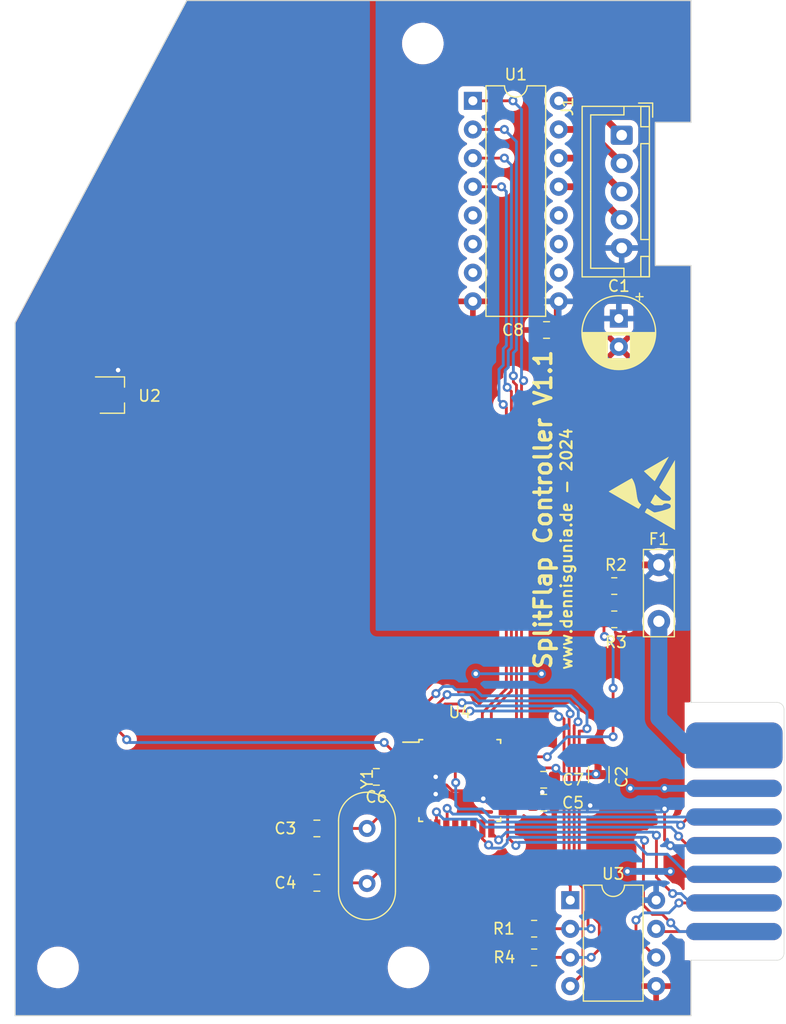
<source format=kicad_pcb>
(kicad_pcb (version 20240108) (generator "pcbnew") (generator_version "8.0")
  (layers (0 "F.Cu" signal) (31 "B.Cu" signal) (34 "B.Paste" user) (35 "F.Paste" user) (36 "B.SilkS" user "B.Silkscreen") (37 "F.SilkS" user "F.Silkscreen") (38 "B.Mask" user) (39 "F.Mask" user) (44 "Edge.Cuts" user))
  (net 0 "")
  (net 1 "+12V")
  (net 2 "GND")
  (net 3 "+5V")
  (net 4 "Net-(J1-Pin_2)")
  (net 5 "Net-(J1-Pin_3)")
  (net 6 "Net-(J1-Pin_4)")
  (net 7 "/BUS_HIGH")
  (net 8 "/BUS_LOW")
  (net 9 "/BUS_RESET")
  (net 10 "/BUS_DETC_IN")
  (net 11 "/BUS_DETC_OUT")
  (net 12 "/GATE_HOME")
  (net 13 "/MOT_A")
  (net 14 "/MOT_B")
  (net 15 "/MOT_C")
  (net 16 "/MOT_D")
  (net 23 "/BUS_RX")
  (net 24 "/BUS_TX")
  (net 25 "/PRG_MOSI")
  (net 26 "/PRG_MISO")
  (net 27 "/PRG_SCK")
  (net 28 "Net-(U4-PB6{slash}XTAL1)")
  (net 29 "Net-(U4-PB7{slash}XTAL2)")
  (net 37 "Net-(J6-Pin_15)")
  (net 38 "Net-(U4-ADC7)")
  (net 39 "Net-(U4-AREF)")
  (net 40 "Net-(J1-Pin_1)")
  (net 41 "/~{BUS_RXE}")
  (net 42 "/~{BUS_TXE}")
  (footprint "Capacitor_SMD:C_1206_3216Metric" (layer "F.Cu") (at 138.176 105.459 90)
    (property "Reference" "C2")
    (property "Value" "10u 16V")
  )
  (footprint "Capacitor_SMD:C_0805_2012Metric" (layer "F.Cu") (at 133.538 66.04 180)
    (property "Reference" "C8")
    (property "Value" "100n")
  )
  (footprint "Capacitor_SMD:C_0805_2012Metric" (layer "F.Cu") (at 113.15 110.236)
    (property "Reference" "C3")
    (property "Value" "22p")
  )
  (footprint "Resistor_SMD:R_0805_2012Metric" (layer "F.Cu") (at 139.5495 88.744)
    (property "Reference" "R2")
    (property "Value" "10k")
  )
  (footprint "Crystal:Crystal_HC49-U_Vertical" (layer "F.Cu") (at 117.602 110.236 -90)
    (property "Reference" "Y1")
    (property "Value" "16,0000-HC49U-S")
  )
  (footprint "Dennis:Card Edge 16 power" (layer "F.Cu") (at 150.175 119.38 90)
    (property "Reference" "J6" (hide yes))
    (property "Value" "2x08 Edge Connector" (hide yes))
    (fp_line (start -2.54 -3.81) (end -2.54 3.81) (stroke (width 0.05)) (layer "Edge.Cuts"))
    (fp_line (start 20.32 3.81) (end 20.32 -3.81) (stroke (width 0.05)) (layer "Edge.Cuts"))
    (fp_line (start -1.905 4.445) (end 19.685 4.445) (stroke (width 0.05)) (layer "Edge.Cuts"))
    (fp_arc (start 20.32 3.81) (mid 20.134013 4.259013) (end 19.685 4.445) (stroke (width 0.05)) (layer "Edge.Cuts"))
    (fp_arc (start -1.905 4.445) (mid -2.354013 4.259013) (end -2.54 3.81) (stroke (width 0.05)) (layer "Edge.Cuts"))
  )
  (footprint "Package_QFP:TQFP-32_7x7mm_P0.8mm" (layer "F.Cu") (at 125.838 105.986)
    (property "Reference" "U4")
    (property "Value" "ATMEGA8A-AU")
  )
  (footprint "Capacitor_THT:CP_Radial_D6.3mm_P2.50mm" (layer "F.Cu") (at 139.954 65.024 -90)
    (property "Reference" "C1")
    (property "Value" "10u 35V")
  )
  (footprint "Resistor_SMD:R_0805_2012Metric" (layer "F.Cu") (at 132.4375 119.126 180)
    (property "Reference" "R1")
    (property "Value" "10k")
  )
  (footprint "Capacitor_SMD:C_0805_2012Metric" (layer "F.Cu") (at 113.15 115.062)
    (property "Reference" "C4")
    (property "Value" "22p")
  )
  (footprint "Package_DIP:DIP-16_W7.62mm" (layer "F.Cu") (at 127 45.72)
    (property "Reference" "U1")
    (property "Value" "ULN2003")
  )
  (footprint "Resistor_SMD:R_0805_2012Metric" (layer "F.Cu") (at 132.4375 121.666 180)
    (property "Reference" "R4")
    (property "Value" "10k")
  )
  (footprint "MountingHole:MountingHole_3.2mm_M3" (layer "F.Cu") (at 122.555 40.64)
    (property "Reference" "H3" (hide yes))
    (property "Value" "MountingHole")
  )
  (footprint "Capacitor_SMD:C_0805_2012Metric" (layer "F.Cu") (at 118.43 105.664)
    (property "Reference" "C6")
    (property "Value" "100n")
  )
  (footprint "Package_TO_SOT_SMD:SOT-23W" (layer "F.Cu") (at 95 71.81)
    (property "Reference" "U2")
    (property "Value" "A1101ELHL")
  )
  (footprint "MountingHole:MountingHole_3.2mm_M3" (layer "F.Cu") (at 121.285 122.555)
    (property "Reference" "H1" (hide yes))
    (property "Value" "MountingHole")
  )
  (footprint "Capacitor_SMD:C_0805_2012Metric" (layer "F.Cu") (at 133.284 107.95 180)
    (property "Reference" "C5")
    (property "Value" "100n")
  )
  (footprint "Package_DIP:DIP-8_W7.62mm" (layer "F.Cu") (at 135.646 116.596)
    (property "Reference" "U3")
    (property "Value" "SN75176AP")
  )
  (footprint "Capacitor_SMD:C_0805_2012Metric" (layer "F.Cu") (at 133.284 105.918 180)
    (property "Reference" "C7")
    (property "Value" "100n")
  )
  (footprint "Connector_JST:JST_XH_B5B-XH-A_1x05_P2.50mm_Vertical" (layer "F.Cu") (at 140.208 48.768 -90)
    (property "Reference" "J1")
    (property "Value" "JST B5B-XH-A")
  )
  (footprint "Resistor_SMD:R_0805_2012Metric" (layer "F.Cu") (at 139.5495 91.694)
    (property "Reference" "R3")
    (property "Value" "1k")
  )
  (footprint "Symbol:ESD-Logo_6.6x6mm_SilkScreen" (layer "F.Cu") (at 141.986 80.518 90)
    (property "Reference" "REF**" (hide yes))
    (property "Value" "ESD-Logo_6.6x6mm_SilkScreen" (hide yes))
  )
  (footprint "Capacitor_THT:C_Disc_D7.5mm_W2.5mm_P5.00mm" (layer "F.Cu") (at 143.51 91.868 90)
    (property "Reference" "F1")
    (property "Value" "LITT RXEF010")
  )
  (footprint "MountingHole:MountingHole_3.2mm_M3" (layer "F.Cu") (at 90.17 122.555)
    (property "Reference" "H2" (hide yes))
    (property "Value" "MountingHole")
  )
  (gr_line (start 86.36 126.83) (end 146.36 126.83) (stroke (width 0.1)) (layer "Edge.Cuts"))
  (gr_line (start 143.19 47.625) (end 146.365 47.625) (stroke (width 0.1)) (layer "Edge.Cuts"))
  (gr_line (start 146.36 126.83) (end 146.365 121.92) (stroke (width 0.1)) (layer "Edge.Cuts"))
  (gr_line (start 146.36 36.83) (end 146.365 47.625) (stroke (width 0.1)) (layer "Edge.Cuts"))
  (gr_line (start 146.365 99.06) (end 146.36 60.325) (stroke (width 0.1)) (layer "Edge.Cuts"))
  (gr_line (start 101.6 36.83) (end 146.36 36.83) (stroke (width 0.1)) (layer "Edge.Cuts"))
  (gr_line (start 86.36 126.83) (end 86.36 65.405) (stroke (width 0.1)) (layer "Edge.Cuts"))
  (gr_line (start 86.36 65.405) (end 101.6 36.83) (stroke (width 0.1)) (layer "Edge.Cuts"))
  (gr_line (start 143.19 60.325) (end 143.19 47.625) (stroke (width 0.1)) (layer "Edge.Cuts"))
  (gr_line (start 146.36 60.325) (end 143.19 60.325) (stroke (width 0.1)) (layer "Edge.Cuts"))
  (gr_text "SplitFlap Controller V1.1" (at 134.112 96.266 90) (layer "F.SilkS") (effects (font (size 1.5 1.5) (thickness 0.3) (bold yes)) (justify left bottom)))
  (gr_text "www.dennisgunia.de - 2024" (at 135.89 96.266 90) (layer "F.SilkS") (effects (font (size 1 1) (thickness 0.1875)) (justify left bottom)))
  (segment (start 138.637 88.744) (end 140.513 86.868) (width 0.6) (layer "F.Cu") (net 1))
  (segment (start 140.208 64.77) (end 139.954 65.024) (width 0.6) (layer "F.Cu") (net 1))
  (segment (start 134.488 66.04) (end 134.488 63.632) (width 0.6) (layer "F.Cu") (net 1))
  (segment (start 140.513 86.868) (end 143.51 86.868) (width 0.6) (layer "F.Cu") (net 1))
  (segment (start 134.488 63.632) (end 134.62 63.5) (width 0.6) (layer "F.Cu") (net 1))
  (segment (start 139.954 59.022) (end 140.208 58.768) (width 0.6) (layer "B.Cu") (net 1))
  (segment (start 119.253 103.632) (end 117.48 103.632) (width 0.25) (layer "F.Cu") (net 2))
  (segment (start 120.538 104.786) (end 120.366 104.614) (width 0.25) (layer "F.Cu") (net 2))
  (segment (start 140.97 106.68) (end 140.462 106.68) (width 0.25) (layer "F.Cu") (net 2))
  (segment (start 140.462 106.68) (end 139.192 105.41) (width 0.25) (layer "F.Cu") (net 2))
  (segment (start 150.175 114.3) (end 144.78 114.3) (width 0.6) (layer "F.Cu") (net 2))
  (segment (start 134.332 104.868) (end 134.366 104.902) (width 0.25) (layer "F.Cu") (net 2))
  (segment (start 130.088 105.586) (end 131.1209 105.586) (width 0.25) (layer "F.Cu") (net 2))
  (segment (start 125.175695 106.897) (end 127.727 106.897) (width 0.25) (layer "F.Cu") (net 2))
  (segment (start 150.209 102.87) (end 142.748 102.87) (width 1.5) (layer "F.Cu") (net 2))
  (segment (start 139.192 105.41) (end 137.922 105.41) (width 0.25) (layer "F.Cu") (net 2))
  (segment (start 134.366 104.902) (end 134.366 105.786) (width 0.25) (layer "F.Cu") (net 2))
  (segment (start 120.235 104.614) (end 119.253 103.632) (width 0.25) (layer "F.Cu") (net 2))
  (segment (start 144.78 106.68) (end 144.018 106.68) (width 0.25) (layer "F.Cu") (net 2))
  (segment (start 131.1209 105.586) (end 131.8389 104.868) (width 0.25) (layer "F.Cu") (net 2))
  (segment (start 118.364 99.314) (end 121.402695 99.314) (width 0.25) (layer "F.Cu") (net 2))
  (segment (start 120.463 104.902) (end 120.463 106.311) (width 0.25) (layer "F.Cu") (net 2))
  (segment (start 137.922 105.41) (end 137.922 104.238) (width 0.25) (layer "F.Cu") (net 2))
  (segment (start 144.78 114.3) (end 144.526 114.046) (width 0.6) (layer "F.Cu") (net 2))
  (segment (start 120.463 104.861) (end 120.463 104.902) (width 0.25) (layer "F.Cu") (net 2))
  (segment (start 121.402695 99.314) (end 124.196695 96.52) (width 0.25) (layer "F.Cu") (net 2))
  (segment (start 129.038 105.586) (end 130.088 105.586) (width 0.25) (layer "F.Cu") (net 2))
  (segment (start 137.922 104.238) (end 138.176 103.984) (width 0.25) (layer "F.Cu") (net 2))
  (segment (start 121.588 106.386) (end 124.664695 106.386) (width 0.25) (layer "F.Cu") (net 2))
  (segment (start 134.366 105.786) (end 134.234 105.918) (width 0.25) (layer "F.Cu") (net 2))
  (segment (start 150.175 106.68) (end 144.78 106.68) (width 0.25) (layer "F.Cu") (net 2))
  (segment (start 127.727 106.897) (end 129.038 105.586) (width 0.25) (layer "F.Cu") (net 2))
  (segment (start 120.366 104.614) (end 120.235 104.614) (width 0.25) (layer "F.Cu") (net 2))
  (segment (start 131.8389 104.868) (end 134.332 104.868) (width 0.25) (layer "F.Cu") (net 2))
  (segment (start 117.48 105.664) (end 117.48 103.632) (width 0.25) (layer "F.Cu") (net 2))
  (segment (start 134.234 107.95) (end 134.234 105.918) (width 0.25) (layer "F.Cu") (net 2))
  (segment (start 124.196695 96.52) (end 127.254 96.52) (width 0.25) (layer "F.Cu") (net 2))
  (segment (start 133.136 96.56) (end 133.096 96.52) (width 0.25) (layer "F.Cu") (net 2))
  (segment (start 124.664695 106.386) (end 125.175695 106.897) (width 0.25) (layer "F.Cu") (net 2))
  (segment (start 120.538 104.786) (end 120.463 104.861) (width 0.25) (layer "F.Cu") (net 2))
  (segment (start 120.538 106.386) (end 121.588 106.386) (width 0.25) (layer "F.Cu") (net 2))
  (segment (start 120.463 106.311) (end 120.538 106.386) (width 0.25) (layer "F.Cu") (net 2))
  (segment (start 117.48 100.198) (end 118.364 99.314) (width 0.25) (layer "F.Cu") (net 2))
  (segment (start 117.48 103.632) (end 117.48 100.198) (width 0.25) (layer "F.Cu") (net 2))
  (segment (start 121.588 104.786) (end 120.538 104.786) (width 0.25) (layer "F.Cu") (net 2))
  (via (at 134.366 104.902) (size 0.8) (drill 0.4) (layers "F.Cu" "B.Cu") (net 2))
  (via (at 144.526 114.046) (size 0.8) (drill 0.4) (layers "F.Cu" "B.Cu") (net 2))
  (via (at 127.254 96.52) (size 0.8) (drill 0.4) (layers "F.Cu" "B.Cu") (net 2))
  (via (at 133.096 96.52) (size 0.8) (drill 0.4) (layers "F.Cu" "B.Cu") (net 2))
  (via (at 140.97 106.68) (size 0.8) (drill 0.4) (layers "F.Cu" "B.Cu") (net 2))
  (via (at 144.018 106.68) (size 0.8) (drill 0.4) (layers "F.Cu" "B.Cu") (net 2))
  (via (at 137.922 105.41) (size 0.8) (drill 0.4) (layers "F.Cu" "B.Cu") (net 2))
  (via (at 140.716 114.046) (size 0.8) (drill 0.4) (layers "F.Cu" "B.Cu") (net 2))
  (segment (start 144.018 106.68) (end 140.97 106.68) (width 0.25) (layer "B.Cu") (net 2))
  (segment (start 144.526 114.046) (end 140.716 114.046) (width 0.6) (layer "B.Cu") (net 2))
  (segment (start 133.096 96.52) (end 127.254 96.52) (width 0.25) (layer "B.Cu") (net 2))
  (segment (start 150.175 106.68) (end 144.018 106.68) (width 0.6) (layer "B.Cu") (net 2))
  (segment (start 137.922 105.41) (end 134.874 105.41) (width 0.25) (layer "B.Cu") (net 2))
  (segment (start 134.874 105.41) (end 134.366 104.902) (width 0.25) (layer "B.Cu") (net 2))
  (segment (start 128.313998 107.986) (end 130.088 107.986) (width 0.25) (layer "F.Cu") (net 3))
  (segment (start 138.647 107.405) (end 138.176 106.934) (width 0.25) (layer "F.Cu") (net 3))
  (segment (start 144.018 111.252) (end 144.526 111.76) (width 0.25) (layer "F.Cu") (net 3))
  (segment (start 119.38 106.389) (end 120.177 107.186) (width 0.25) (layer "F.Cu") (net 3))
  (segment (start 123.698 107.188) (end 121.59 107.188) (width 0.25) (layer "F.Cu") (net 3))
  (segment (start 119.38 105.664) (end 119.38 106.389) (width 0.25) (layer "F.Cu") (net 3))
  (segment (start 138.176 106.934) (end 138.176 107.442) (width 0.25) (layer "F.Cu") (net 3))
  (segment (start 133.159089 107.025008) (end 133.159089 107.124911) (width 0.25) (layer "F.Cu") (net 3))
  (segment (start 138.176 107.442) (end 137.414 108.204) (width 0.25) (layer "F.Cu") (net 3))
  (segment (start 144.018 108.4955) (end 144.018 111.252) (width 0.25) (layer "F.Cu") (net 3))
  (segment (start 120.177 107.186) (end 121.588 107.186) (width 0.25) (layer "F.Cu") (net 3))
  (segment (start 130.088 107.986) (end 132.486 107.986) (width 0.25) (layer "F.Cu") (net 3))
  (segment (start 127.922596 107.594598) (end 128.313998 107.986) (width 0.25) (layer "F.Cu") (net 3))
  (segment (start 94.24 70.86) (end 95.504 69.596) (width 0.25) (layer "F.Cu") (net 3))
  (segment (start 121.588 105.586) (end 123.6225 105.586) (width 0.25) (layer "F.Cu") (net 3))
  (segment (start 123.6225 105.586) (end 123.698 105.6615) (width 0.25) (layer "F.Cu") (net 3))
  (segment (start 121.59 107.188) (end 121.588 107.186) (width 0.25) (layer "F.Cu") (net 3))
  (segment (start 93.8 70.86) (end 94.24 70.86) (width 0.25) (layer "F.Cu") (net 3))
  (segment (start 133.159089 107.124911) (end 132.334 107.95) (width 0.25) (layer "F.Cu") (net 3))
  (via (at 144.018 108.4955) (size 0.8) (drill 0.4) (layers "F.Cu" "B.Cu") (net 3))
  (via (at 123.698 107.188) (size 0.8) (drill 0.4) (layers "F.Cu" "B.Cu") (net 3))
  (via (at 127.922596 107.594598) (size 0.8) (drill 0.4) (layers "F.Cu" "B.Cu") (net 3))
  (via (at 137.414 108.204) (size 0.8) (drill 0.4) (layers "F.Cu" "B.Cu") (net 3))
  (via (at 144.526 111.76) (size 0.8) (drill 0.4) (layers "F.Cu" "B.Cu") (net 3))
  (via (at 95.504 69.596) (size 0.8) (drill 0.4) (layers "F.Cu" "B.Cu") (net 3))
  (via (at 133.159089 107.025008) (size 0.8) (drill 0.4) (layers "F.Cu" "B.Cu") (net 3))
  (via (at 123.698 105.6615) (size 0.8) (drill 0.4) (layers "F.Cu" "B.Cu") (net 3))
  (segment (start 123.698 105.6615) (end 123.9125 105.447) (width 0.25) (layer "B.Cu") (net 3))
  (segment (start 135.948 108.77) (end 137.16 108.77) (width 0.25) (layer "B.Cu") (net 3))
  (segment (start 126.238 104.902) (end 127.922596 106.586596) (width 0.25) (layer "B.Cu") (net 3))
  (segment (start 133.096 107.088097) (end 133.159089 107.025008) (width 0.25) (layer "B.Cu") (net 3))
  (segment (start 124.46 105.41) (end 124.968 104.902) (width 0.25) (layer "B.Cu") (net 3))
  (segment (start 143.7435 108.77) (end 144.018 108.4955) (width 0.25) (layer "B.Cu") (net 3))
  (segment (start 137.16 108.77) (end 143.256 108.77) (width 0.25) (layer "B.Cu") (net 3))
  (segment (start 123.698 105.6615) (end 123.698 107.188) (width 0.25) (layer "B.Cu") (net 3))
  (segment (start 127.922596 106.586596) (end 127.922596 107.594598) (width 0.25) (layer "B.Cu") (net 3))
  (segment (start 124.968 104.902) (end 126.238 104.902) (width 0.25) (layer "B.Cu") (net 3))
  (segment (start 137.16 108.458) (end 137.16 108.77) (width 0.25) (layer "B.Cu") (net 3))
  (segment (start 123.9125 105.447) (end 124.46 105.447) (width 0.25) (layer "B.Cu") (net 3))
  (segment (start 137.414 108.204) (end 137.16 108.458) (width 0.25) (layer "B.Cu") (net 3))
  (segment (start 143.256 108.77) (end 143.7435 108.77) (width 0.25) (layer "B.Cu") (net 3))
  (segment (start 124.46 105.447) (end 124.46 105.41) (width 0.25) (layer "B.Cu") (net 3))
  (segment (start 135.948 108.77) (end 133.408 108.77) (width 0.25) (layer "B.Cu") (net 3))
  (segment (start 133.408 108.77) (end 133.096 108.458) (width 0.25) (layer "B.Cu") (net 3))
  (segment (start 144.526 111.76) (end 150.175 111.76) (width 0.25) (layer "B.Cu") (net 3))
  (segment (start 133.096 108.458) (end 133.096 107.088097) (width 0.25) (layer "B.Cu") (net 3))
  (segment (start 137.2 48.26) (end 140.208 51.268) (width 0.6) (layer "F.Cu") (net 4))
  (segment (start 134.62 48.26) (end 137.2 48.26) (width 0.6) (layer "F.Cu") (net 4))
  (segment (start 137.24 50.8) (end 140.208 53.768) (width 0.6) (layer "F.Cu") (net 5))
  (segment (start 134.62 50.8) (end 137.24 50.8) (width 0.6) (layer "F.Cu") (net 5))
  (segment (start 134.62 53.34) (end 137.28 53.34) (width 0.6) (layer "F.Cu") (net 6))
  (segment (start 137.28 53.34) (end 140.208 56.268) (width 0.6) (layer "F.Cu") (net 6))
  (segment (start 143.51 119.38) (end 143.266 119.136) (width 0.25) (layer "F.Cu") (net 7))
  (segment (start 150.175 119.38) (end 143.51 119.38) (width 0.25) (layer "F.Cu") (net 7))
  (segment (start 150.175 116.84) (end 145.288 116.84) (width 0.25) (layer "F.Cu") (net 8))
  (segment (start 141.478 119.888) (end 143.266 121.676) (width 0.25) (layer "F.Cu") (net 8))
  (segment (start 141.478 118.364) (end 141.478 119.888) (width 0.25) (layer "F.Cu") (net 8))
  (via (at 141.478 118.364) (size 0.8) (drill 0.4) (layers "F.Cu" "B.Cu") (net 8))
  (via (at 145.288 116.84) (size 0.8) (drill 0.4) (layers "F.Cu" "B.Cu") (net 8))
  (segment (start 145.288 116.84) (end 144.407 117.721) (width 0.25) (layer "B.Cu") (net 8))
  (segment (start 142.121 117.721) (end 141.478 118.364) (width 0.25) (layer "B.Cu") (net 8))
  (segment (start 144.407 117.721) (end 142.121 117.721) (width 0.25) (layer "B.Cu") (net 8))
  (segment (start 125.476 106.172) (end 125.438 106.134) (width 0.25) (layer "F.Cu") (net 9))
  (segment (start 125.438 106.134) (end 125.438 101.736) (width 0.25) (layer "F.Cu") (net 9))
  (via (at 125.476 106.172) (size 0.8) (drill 0.4) (layers "F.Cu" "B.Cu") (net 9))
  (segment (start 150.175 109.22) (end 128.524 109.22) (width 0.25) (layer "B.Cu") (net 9))
  (segment (start 128.524 109.22) (end 127.815198 108.511198) (width 0.25) (layer "B.Cu") (net 9))
  (segment (start 125.783198 108.511198) (end 125.476 108.204) (width 0.25) (layer "B.Cu") (net 9))
  (segment (start 127.815198 108.511198) (end 125.783198 108.511198) (width 0.25) (layer "B.Cu") (net 9))
  (segment (start 125.476 108.204) (end 125.476 106.172) (width 0.25) (layer "B.Cu") (net 9))
  (segment (start 150.175 109.22) (end 146.166987 109.22) (width 0.25) (layer "F.Cu") (net 10))
  (segment (start 146.166987 109.22) (end 145.442487 109.9445) (width 0.25) (layer "F.Cu") (net 10))
  (segment (start 124.714 110.16) (end 124.638 110.236) (width 0.25) (layer "F.Cu") (net 10))
  (segment (start 124.714 108.458) (end 124.714 110.16) (width 0.25) (layer "F.Cu") (net 10))
  (via (at 124.714 108.458) (size 0.8) (drill 0.4) (layers "F.Cu" "B.Cu") (net 10))
  (via (at 145.442487 109.9445) (size 0.8) (drill 0.4) (layers "F.Cu" "B.Cu") (net 10))
  (segment (start 125.217198 108.961198) (end 124.714 108.458) (width 0.25) (layer "B.Cu") (net 10))
  (segment (start 127.503198 108.961198) (end 125.217198 108.961198) (width 0.25) (layer "B.Cu") (net 10))
  (segment (start 145.442487 109.9445) (end 145.167987 109.67) (width 0.25) (layer "B.Cu") (net 10))
  (segment (start 145.167987 109.67) (end 128.212 109.67) (width 0.25) (layer "B.Cu") (net 10))
  (segment (start 128.212 109.67) (end 127.503198 108.961198) (width 0.25) (layer "B.Cu") (net 10))
  (segment (start 146.087011 111.76) (end 145.252861 110.92585) (width 0.25) (layer "F.Cu") (net 11))
  (segment (start 123.765788 108.77407) (end 123.765788 110.163788) (width 0.25) (layer "F.Cu") (net 11))
  (segment (start 123.765788 110.163788) (end 123.838 110.236) (width 0.25) (layer "F.Cu") (net 11))
  (segment (start 150.175 111.76) (end 146.087011 111.76) (width 0.25) (layer "F.Cu") (net 11))
  (via (at 123.765788 108.77407) (size 0.8) (drill 0.4) (layers "F.Cu" "B.Cu") (net 11))
  (via (at 145.252861 110.92585) (size 0.8) (drill 0.4) (layers "F.Cu" "B.Cu") (net 11))
  (segment (start 124.402916 109.411198) (end 123.765788 108.77407) (width 0.25) (layer "B.Cu") (net 11))
  (segment (start 144.717487 110.244805) (end 144.592682 110.12) (width 0.25) (layer "B.Cu") (net 11))
  (segment (start 145.252861 110.780179) (end 144.717487 110.244805) (width 0.25) (layer "B.Cu") (net 11))
  (segment (start 145.252861 110.92585) (end 145.252861 110.780179) (width 0.25) (layer "B.Cu") (net 11))
  (segment (start 131.064 110.12) (end 128.025604 110.12) (width 0.25) (layer "B.Cu") (net 11))
  (segment (start 127.316802 109.411198) (end 124.402916 109.411198) (width 0.25) (layer "B.Cu") (net 11))
  (segment (start 144.592682 110.12) (end 131.064 110.12) (width 0.25) (layer "B.Cu") (net 11))
  (segment (start 128.025604 110.12) (end 127.316802 109.411198) (width 0.25) (layer "B.Cu") (net 11))
  (segment (start 96.266 102.362) (end 96.266 102.312) (width 0.25) (layer "F.Cu") (net 12))
  (segment (start 121.588 103.986) (end 120.496 103.986) (width 0.25) (layer "F.Cu") (net 12))
  (segment (start 95.3 74.168) (end 95.3 98.806) (width 0.25) (layer "F.Cu") (net 12))
  (segment (start 93.8 72.76) (end 94.35 72.76) (width 0.25) (layer "F.Cu") (net 12))
  (segment (start 94.35 72.76) (end 95.3 73.71) (width 0.25) (layer "F.Cu") (net 12))
  (segment (start 96.266 102.312) (end 95.3 101.346) (width 0.25) (layer "F.Cu") (net 12))
  (segment (start 95.3 98.806) (end 95.3 101.346) (width 0.25) (layer "F.Cu") (net 12))
  (segment (start 95.3 73.71) (end 95.3 74.168) (width 0.25) (layer "F.Cu") (net 12))
  (segment (start 120.496 103.986) (end 119.126 102.616) (width 0.25) (layer "F.Cu") (net 12))
  (via (at 96.266 102.362) (size 0.8) (drill 0.4) (layers "F.Cu" "B.Cu") (net 12))
  (via (at 119.126 102.616) (size 0.8) (drill 0.4) (layers "F.Cu" "B.Cu") (net 12))
  (segment (start 119.126 102.616) (end 96.52 102.616) (width 0.25) (layer "B.Cu") (net 12))
  (segment (start 96.52 102.616) (end 96.266 102.362) (width 0.25) (layer "B.Cu") (net 12))
  (segment (start 131.318 103.806) (end 131.318 70.708316) (width 0.25) (layer "F.Cu") (net 13))
  (segment (start 130.556 45.72) (end 127 45.72) (width 0.25) (layer "F.Cu") (net 13))
  (segment (start 131.318 70.708316) (end 131.498973 70.527343) (width 0.25) (layer "F.Cu") (net 13))
  (segment (start 130.088 103.986) (end 131.138 103.986) (width 0.25) (layer "F.Cu") (net 13))
  (segment (start 131.138 103.986) (end 131.318 103.806) (width 0.25) (layer "F.Cu") (net 13))
  (via (at 130.556 45.72) (size 0.8) (drill 0.4) (layers "F.Cu" "B.Cu") (net 13))
  (via (at 131.498973 70.527343) (size 0.8) (drill 0.4) (layers "F.Cu" "B.Cu") (net 13))
  (segment (start 131.318 67.564) (end 131.318 70.34637) (width 0.25) (layer "B.Cu") (net 13))
  (segment (start 131.318 67.564) (end 131.318 46.482) (width 0.25) (layer "B.Cu") (net 13))
  (segment (start 131.318 70.34637) (end 131.498973 70.527343) (width 0.25) (layer "B.Cu") (net 13))
  (segment (start 131.318 46.482) (end 130.556 45.72) (width 0.25) (layer "B.Cu") (net 13))
  (segment (start 131.318 68.58) (end 131.318 67.564) (width 0.25) (layer "B.Cu") (net 13))
  (segment (start 130.593 70.649) (end 130.868 70.924) (width 0.25) (layer "F.Cu") (net 14))
  (segment (start 129.794 48.26) (end 127 48.26) (width 0.25) (layer "F.Cu") (net 14))
  (segment (start 130.868 102.406) (end 130.088 103.186) (width 0.25) (layer "F.Cu") (net 14))
  (segment (start 130.868 70.924) (end 130.868 102.406) (width 0.25) (layer "F.Cu") (net 14))
  (segment (start 130.593 70.104) (end 130.593 70.649) (width 0.25) (layer "F.Cu") (net 14))
  (via (at 129.794 48.26) (size 0.8) (drill 0.4) (layers "F.Cu" "B.Cu") (net 14))
  (via (at 130.593 70.104) (size 0.8) (drill 0.4) (layers "F.Cu" "B.Cu") (net 14))
  (segment (start 130.868 49.334) (end 130.868 67.797) (width 0.25) (layer "B.Cu") (net 14))
  (segment (start 129.794 48.26) (end 130.868 49.334) (width 0.25) (layer "B.Cu") (net 14))
  (segment (start 130.593 68.072) (end 130.593 70.104) (width 0.25) (layer "B.Cu") (net 14))
  (segment (start 130.868 67.797) (end 130.593 68.072) (width 0.25) (layer "B.Cu") (net 14))
  (segment (start 130.418 71.496597) (end 130.418 98.042) (width 0.25) (layer "F.Cu") (net 15))
  (segment (start 130.044461 71.123058) (end 130.418 71.496597) (width 0.25) (layer "F.Cu") (net 15))
  (segment (start 129.794 50.8) (end 127 50.8) (width 0.25) (layer "F.Cu") (net 15))
  (segment (start 128.638 99.822) (end 128.638 101.736) (width 0.25) (layer "F.Cu") (net 15))
  (segment (start 130.418 98.042) (end 128.638 99.822) (width 0.25) (layer "F.Cu") (net 15))
  (via (at 130.044461 71.123058) (size 0.8) (drill 0.4) (layers "F.Cu" "B.Cu") (net 15))
  (via (at 129.794 50.8) (size 0.8) (drill 0.4) (layers "F.Cu" "B.Cu") (net 15))
  (segment (start 130.418 67.610604) (end 130.143 67.885604) (width 0.25) (layer "B.Cu") (net 15))
  (segment (start 130.143 69.342) (end 129.868 69.617) (width 0.25) (layer "B.Cu") (net 15))
  (segment (start 129.868 69.617) (end 129.868 70.946597) (width 0.25) (layer "B.Cu") (net 15))
  (segment (start 129.868 70.946597) (end 130.044461 71.123058) (width 0.25) (layer "B.Cu") (net 15))
  (segment (start 130.418 51.424) (end 130.418 67.610604) (width 0.25) (layer "B.Cu") (net 15))
  (segment (start 130.143 67.885604) (end 130.143 69.342) (width 0.25) (layer "B.Cu") (net 15))
  (segment (start 129.794 50.8) (end 130.418 51.424) (width 0.25) (layer "B.Cu") (net 15))
  (segment (start 129.54 53.34) (end 127 53.34) (width 0.25) (layer "F.Cu") (net 16))
  (segment (start 127.838 99.985604) (end 127.838 101.736) (width 0.25) (layer "F.Cu") (net 16))
  (segment (start 129.693 72.644) (end 129.968 72.919) (width 0.25) (layer "F.Cu") (net 16))
  (segment (start 129.968 72.919) (end 129.968 97.855604) (width 0.25) (layer "F.Cu") (net 16))
  (segment (start 129.968 97.855604) (end 127.838 99.985604) (width 0.25) (layer "F.Cu") (net 16))
  (via (at 129.54 53.34) (size 0.8) (drill 0.4) (layers "F.Cu" "B.Cu") (net 16))
  (via (at 129.693 72.644) (size 0.8) (drill 0.4) (layers "F.Cu" "B.Cu") (net 16))
  (segment (start 129.693 67.699208) (end 129.693 69.155604) (width 0.25) (layer "B.Cu") (net 16))
  (segment (start 129.319461 72.270461) (end 129.693 72.644) (width 0.25) (layer "B.Cu") (net 16))
  (segment (start 129.693 69.155604) (end 129.319461 69.529143) (width 0.25) (layer "B.Cu") (net 16))
  (segment (start 129.968 67.424208) (end 129.693 67.699208) (width 0.25) (layer "B.Cu") (net 16))
  (segment (start 129.54 53.34) (end 129.968 53.768) (width 0.25) (layer "B.Cu") (net 16))
  (segment (start 129.968 53.768) (end 129.968 67.424208) (width 0.25) (layer "B.Cu") (net 16))
  (segment (start 129.319461 69.529143) (end 129.319461 72.270461) (width 0.25) (layer "B.Cu") (net 16))
  (segment (start 134.874 100.33) (end 135.091 100.547) (width 0.25) (layer "F.Cu") (net 23))
  (segment (start 124.9165 99.822) (end 126.746 99.822) (width 0.25) (layer "F.Cu") (net 23))
  (segment (start 124.638 100.1005) (end 124.9165 99.822) (width 0.25) (layer "F.Cu") (net 23))
  (segment (start 135.091 114.761) (end 135.646 115.316) (width 0.25) (layer "F.Cu") (net 23))
  (segment (start 135.091 100.547) (end 135.091 114.761) (width 0.25) (layer "F.Cu") (net 23))
  (segment (start 134.62 100.33) (end 134.874 100.33) (width 0.25) (layer "F.Cu") (net 23))
  (segment (start 135.646 115.316) (end 135.646 116.596) (width 0.25) (layer "F.Cu") (net 23))
  (segment (start 124.638 101.736) (end 124.638 100.1005) (width 0.25) (layer "F.Cu") (net 23))
  (via (at 134.62 100.33) (size 0.8) (drill 0.4) (layers "F.Cu" "B.Cu") (net 23))
  (via (at 126.746 99.822) (size 0.8) (drill 0.4) (layers "F.Cu" "B.Cu") (net 23))
  (segment (start 126.746 99.822) (end 134.366 99.822) (width 0.25) (layer "B.Cu") (net 23))
  (segment (start 134.62 100.076) (end 134.62 100.33) (width 0.25) (layer "B.Cu") (net 23))
  (segment (start 134.366 99.822) (end 134.62 100.076) (width 0.25) (layer "B.Cu") (net 23))
  (segment (start 124.524594 99.198302) (end 125.938443 99.198302) (width 0.25) (layer "F.Cu") (net 24))
  (segment (start 125.938443 99.198302) (end 126.039245 99.0975) (width 0.25) (layer "F.Cu") (net 24))
  (segment (start 136.771 123.091) (end 135.646 124.216) (width 0.25) (layer "F.Cu") (net 24))
  (segment (start 124.524594 99.198302) (end 123.838 99.884896) (width 0.25) (layer "F.Cu") (net 24))
  (segment (start 135.541 100.154503) (end 135.541 114.253) (width 0.25) (layer "F.Cu") (net 24))
  (segment (start 135.541 114.253) (end 136.771 115.483) (width 0.25) (layer "F.Cu") (net 24))
  (segment (start 136.771 115.483) (end 136.771 123.091) (width 0.25) (layer "F.Cu") (net 24))
  (segment (start 123.838 99.884896) (end 123.838 101.736) (width 0.25) (layer "F.Cu") (net 24))
  (segment (start 135.632051 100.063452) (end 135.541 100.154503) (width 0.25) (layer "F.Cu") (net 24))
  (via (at 135.632051 100.063452) (size 0.8) (drill 0.4) (layers "F.Cu" "B.Cu") (net 24))
  (via (at 126.039245 99.0975) (size 0.8) (drill 0.4) (layers "F.Cu" "B.Cu") (net 24))
  (segment (start 127.321305 99.372) (end 135.329508 99.372) (width 0.25) (layer "B.Cu") (net 24))
  (segment (start 126.039745 99.097) (end 127.046305 99.097) (width 0.25) (layer "B.Cu") (net 24))
  (segment (start 135.329508 99.372) (end 135.632051 99.674543) (width 0.25) (layer "B.Cu") (net 24))
  (segment (start 127.046305 99.097) (end 127.321305 99.372) (width 0.25) (layer "B.Cu") (net 24))
  (segment (start 126.039245 99.0975) (end 126.039745 99.097) (width 0.25) (layer "B.Cu") (net 24))
  (segment (start 135.632051 99.674543) (end 135.632051 100.063452) (width 0.25) (layer "B.Cu") (net 24))
  (segment (start 142.935009 117.856) (end 143.812524 117.856) (width 0.25) (layer "F.Cu") (net 25))
  (segment (start 142.141 111.3935) (end 142.141 117.061991) (width 0.25) (layer "F.Cu") (net 25))
  (segment (start 143.812524 117.856) (end 144.560387 118.603863) (width 0.25) (layer "F.Cu") (net 25))
  (segment (start 142.141 117.061991) (end 142.935009 117.856) (width 0.25) (layer "F.Cu") (net 25))
  (segment (start 127.838 111.146142) (end 128.393193 111.701335) (width 0.25) (layer "F.Cu") (net 25))
  (segment (start 127.838 110.236) (end 127.838 111.146142) (width 0.25) (layer "F.Cu") (net 25))
  (segment (start 142.24 111.2945) (end 142.141 111.3935) (width 0.25) (layer "F.Cu") (net 25))
  (via (at 142.24 111.2945) (size 0.8) (drill 0.4) (layers "F.Cu" "B.Cu") (net 25))
  (via (at 144.560387 118.603863) (size 0.8) (drill 0.4) (layers "F.Cu" "B.Cu") (net 25))
  (via (at 128.393193 111.701335) (size 0.8) (drill 0.4) (layers "F.Cu" "B.Cu") (net 25))
  (segment (start 128.668858 111.977) (end 129.586305 111.977) (width 0.25) (layer "B.Cu") (net 25))
  (segment (start 128.393193 111.701335) (end 128.668858 111.977) (width 0.25) (layer "B.Cu") (net 25))
  (segment (start 144.560387 118.603863) (end 145.336524 119.38) (width 0.25) (layer "B.Cu") (net 25))
  (segment (start 129.586305 111.977) (end 130.048 111.515305) (width 0.25) (layer "B.Cu") (net 25))
  (segment (start 145.336524 119.38) (end 150.175 119.38) (width 0.25) (layer "B.Cu") (net 25))
  (segment (start 142.24 111.02) (end 142.24 111.2945) (width 0.25) (layer "B.Cu") (net 25))
  (segment (start 130.048 111.515305) (end 130.048 111.252) (width 0.25) (layer "B.Cu") (net 25))
  (segment (start 130.048 111.252) (end 130.28 111.02) (width 0.25) (layer "B.Cu") (net 25))
  (segment (start 130.28 111.02) (end 142.24 111.02) (width 0.25) (layer "B.Cu") (net 25))
  (segment (start 143.2935 110.8445) (end 143.2935 114.568288) (width 0.25) (layer "F.Cu") (net 26))
  (segment (start 128.638 110.236) (end 128.638 110.604) (width 0.25) (layer "F.Cu") (net 26))
  (segment (start 143.2935 114.568288) (end 144.733576 116.008364) (width 0.25) (layer "F.Cu") (net 26))
  (segment (start 128.638 110.604) (end 129.286 111.252) (width 0.25) (layer "F.Cu") (net 26))
  (via (at 129.286 111.252) (size 0.8) (drill 0.4) (layers "F.Cu" "B.Cu") (net 26))
  (via (at 143.2935 110.8445) (size 0.8) (drill 0.4) (layers "F.Cu" "B.Cu") (net 26))
  (via (at 144.733576 116.008364) (size 0.8) (drill 0.4) (layers "F.Cu" "B.Cu") (net 26))
  (segment (start 150.175 116.84) (end 146.313305 116.84) (width 0.25) (layer "B.Cu") (net 26))
  (segment (start 130.302 110.57) (end 143.002 110.57) (width 0.25) (layer "B.Cu") (net 26))
  (segment (start 145.481669 116.008364) (end 144.733576 116.008364) (width 0.25) (layer "B.Cu") (net 26))
  (segment (start 129.286 111.252) (end 129.968 110.57) (width 0.25) (layer "B.Cu") (net 26))
  (segment (start 143.019 110.57) (end 143.2935 110.8445) (width 0.25) (layer "B.Cu") (net 26))
  (segment (start 129.968 110.57) (end 130.302 110.57) (width 0.25) (layer "B.Cu") (net 26))
  (segment (start 143.002 110.57) (end 143.019 110.57) (width 0.25) (layer "B.Cu") (net 26))
  (segment (start 146.313305 116.84) (end 145.481669 116.008364) (width 0.25) (layer "B.Cu") (net 26))
  (segment (start 130.088 111.0225) (end 130.088 108.786) (width 0.25) (layer "F.Cu") (net 27))
  (segment (start 130.81 111.7445) (end 130.088 111.0225) (width 0.25) (layer "F.Cu") (net 27))
  (via (at 130.81 111.7445) (size 0.8) (drill 0.4) (layers "F.Cu" "B.Cu") (net 27))
  (segment (start 141.442 111.47) (end 141.478 111.506) (width 0.25) (layer "B.Cu") (net 27))
  (segment (start 141.478 111.557805) (end 142.442196 112.522) (width 0.25) (layer "B.Cu") (net 27))
  (segment (start 142.442196 112.522) (end 144.272 112.522) (width 0.25) (layer "B.Cu") (net 27))
  (segment (start 130.81 111.7445) (end 131.0845 111.47) (width 0.25) (layer "B.Cu") (net 27))
  (segment (start 144.272 112.522) (end 146.05 114.3) (width 0.25) (layer "B.Cu") (net 27))
  (segment (start 141.478 111.506) (end 141.478 111.557805) (width 0.25) (layer "B.Cu") (net 27))
  (segment (start 146.05 114.3) (end 150.175 114.3) (width 0.25) (layer "B.Cu") (net 27))
  (segment (start 131.0845 111.47) (end 141.442 111.47) (width 0.25) (layer "B.Cu") (net 27))
  (segment (start 121.588 107.986) (end 119.852 107.986) (width 0.25) (layer "F.Cu") (net 28))
  (segment (start 114.1 110.236) (end 117.602 110.236) (width 0.25) (layer "F.Cu") (net 28))
  (segment (start 119.852 107.986) (end 117.602 110.236) (width 0.25) (layer "F.Cu") (net 28))
  (segment (start 121.588 108.786) (end 119.688396 108.786) (width 0.25) (layer "F.Cu") (net 29))
  (segment (start 114.1 115.062) (end 117.656 115.062) (width 0.25) (layer "F.Cu") (net 29))
  (segment (start 119.688396 108.786) (end 119.063198 109.411198) (width 0.25) (layer "F.Cu") (net 29))
  (segment (start 119.063198 113.654802) (end 117.602 115.116) (width 0.25) (layer "F.Cu") (net 29))
  (segment (start 119.063198 109.411198) (end 119.063198 113.654802) (width 0.25) (layer "F.Cu") (net 29))
  (segment (start 143.51 100.455) (end 145.925 102.87) (width 1.5) (layer "B.Cu") (net 37))
  (segment (start 150.209 102.87) (end 149.955 102.616) (width 0.6) (layer "B.Cu") (net 37))
  (segment (start 143.51 91.868) (end 143.51 100.455) (width 1.5) (layer "B.Cu") (net 37))
  (segment (start 145.925 102.87) (end 150.209 102.87) (width 1.5) (layer "B.Cu") (net 37))
  (segment (start 138.637 91.694) (end 138.637 91.233) (width 0.6) (layer "F.Cu") (net 38))
  (segment (start 139.446 102.108) (end 139.446 97.79) (width 0.25) (layer "F.Cu") (net 38))
  (segment (start 140.462 89.408) (end 140.462 88.744) (width 0.6) (layer "F.Cu") (net 38))
  (segment (start 131.284504 104.786) (end 132.184504 103.886) (width 0.25) (layer "F.Cu") (net 38))
  (segment (start 138.637 91.694) (end 138.637 93.171) (width 0.25) (layer "F.Cu") (net 38))
  (segment (start 132.184504 103.886) (end 133.604 103.886) (width 0.25) (layer "F.Cu") (net 38))
  (segment (start 138.383 91.948) (end 138.637 91.694) (width 0.25) (layer "F.Cu") (net 38))
  (segment (start 138.637 91.233) (end 140.462 89.408) (width 0.6) (layer "F.Cu") (net 38))
  (segment (start 138.637 93.171) (end 138.684 93.218) (width 0.25) (layer "F.Cu") (net 38))
  (segment (start 130.088 104.786) (end 131.284504 104.786) (width 0.25) (layer "F.Cu") (net 38))
  (via (at 139.446 102.108) (size 0.8) (drill 0.4) (layers "F.Cu" "B.Cu") (net 38))
  (via (at 138.684 93.218) (size 0.8) (drill 0.4) (layers "F.Cu" "B.Cu") (net 38))
  (via (at 139.446 97.79) (size 0.8) (drill 0.4) (layers "F.Cu" "B.Cu") (net 38))
  (via (at 133.604 103.886) (size 0.8) (drill 0.4) (layers "F.Cu" "B.Cu") (net 38))
  (segment (start 135.382 102.108) (end 139.446 102.108) (width 0.25) (layer "B.Cu") (net 38))
  (segment (start 138.684 93.218) (end 139.446 93.98) (width 0.25) (layer "B.Cu") (net 38))
  (segment (start 139.446 93.98) (end 139.446 97.79) (width 0.25) (layer "B.Cu") (net 38))
  (segment (start 133.604 103.886) (end 135.382 102.108) (width 0.25) (layer "B.Cu") (net 38))
  (segment (start 131.866 106.386) (end 130.088 106.386) (width 0.25) (layer "F.Cu") (net 39))
  (segment (start 132.334 105.918) (end 131.866 106.386) (width 0.25) (layer "F.Cu") (net 39))
  (segment (start 137.16 45.72) (end 140.208 48.768) (width 0.6) (layer "F.Cu") (net 40))
  (segment (start 134.62 45.72) (end 137.16 45.72) (width 0.6) (layer "F.Cu") (net 40))
  (segment (start 137.221 115.296604) (end 136.957396 115.033) (width 0.25) (layer "F.Cu") (net 41))
  (segment (start 137.221 118.851) (end 137.221 115.296604) (width 0.25) (layer "F.Cu") (net 41))
  (segment (start 124.714 98.3725) (end 123.038 100.0485) (width 0.25) (layer "F.Cu") (net 41))
  (segment (start 136.957396 115.033) (end 135.991 114.066604) (width 0.25) (layer "F.Cu") (net 41))
  (segment (start 123.038 100.0485) (end 123.038 101.736) (width 0.25) (layer "F.Cu") (net 41))
  (segment (start 135.991 101.346) (end 135.991 101.118672) (width 0.25) (layer "F.Cu") (net 41))
  (segment (start 133.35 119.126) (end 135.636 119.126) (width 0.25) (layer "F.Cu") (net 41))
  (segment (start 135.636 119.126) (end 135.646 119.136) (width 0.25) (layer "F.Cu") (net 41))
  (segment (start 135.991 111.252) (end 135.991 101.346) (width 0.25) (layer "F.Cu") (net 41))
  (segment (start 135.991 101.118672) (end 136.333246 100.776426) (width 0.25) (layer "F.Cu") (net 41))
  (segment (start 135.991 114.066604) (end 135.991 111.252) (width 0.25) (layer "F.Cu") (net 41))
  (segment (start 137.496 119.126) (end 137.221 118.851) (width 0.25) (layer "F.Cu") (net 41))
  (via (at 124.714 98.3725) (size 0.8) (drill 0.4) (layers "F.Cu" "B.Cu") (net 41))
  (via (at 137.496 119.126) (size 0.8) (drill 0.4) (layers "F.Cu" "B.Cu") (net 41))
  (via (at 136.333246 100.776426) (size 0.8) (drill 0.4) (layers "F.Cu" "B.Cu") (net 41))
  (segment (start 126.979 98.3725) (end 124.714 98.3725) (width 0.25) (layer "B.Cu") (net 41))
  (segment (start 127.5285 98.922) (end 126.979 98.3725) (width 0.25) (layer "B.Cu") (net 41))
  (segment (start 136.333246 100.776426) (end 136.357051 100.752621) (width 0.25) (layer "B.Cu") (net 41))
  (segment (start 135.646 119.136) (end 137.486 119.136) (width 0.25) (layer "B.Cu") (net 41))
  (segment (start 135.515904 98.922) (end 127.5285 98.922) (width 0.25) (layer "B.Cu") (net 41))
  (segment (start 137.486 119.136) (end 137.496 119.126) (width 0.25) (layer "B.Cu") (net 41))
  (segment (start 136.357051 99.763147) (end 135.515904 98.922) (width 0.25) (layer "B.Cu") (net 41))
  (segment (start 136.357051 100.752621) (end 136.357051 99.763147) (width 0.25) (layer "B.Cu") (net 41))
  (segment (start 137.671 115.110208) (end 136.756396 114.195604) (width 0.25) (layer "F.Cu") (net 42))
  (segment (start 137.496 121.666) (end 138.221 120.941) (width 0.25) (layer "F.Cu") (net 42))
  (segment (start 133.35 121.666) (end 135.636 121.666) (width 0.25) (layer "F.Cu") (net 42))
  (segment (start 138.221 120.941) (end 138.221 118.66) (width 0.25) (layer "F.Cu") (net 42))
  (segment (start 136.441 105.156) (end 136.441 101.6) (width 0.25) (layer "F.Cu") (net 42))
  (segment (start 136.441 101.6) (end 136.911274 101.6) (width 0.25) (layer "F.Cu") (net 42))
  (segment (start 138.221 118.66) (end 137.671 118.11) (width 0.25) (layer "F.Cu") (net 42))
  (segment (start 123.718743 98.275195) (end 121.588 100.405938) (width 0.25) (layer "F.Cu") (net 42))
  (segment (start 137.671 118.11) (end 137.671 115.57) (width 0.25) (layer "F.Cu") (net 42))
  (segment (start 135.636 121.666) (end 135.646 121.676) (width 0.25) (layer "F.Cu") (net 42))
  (segment (start 136.756396 114.195604) (end 136.441 113.880208) (width 0.25) (layer "F.Cu") (net 42))
  (segment (start 121.588 100.405938) (end 121.588 103.186) (width 0.25) (layer "F.Cu") (net 42))
  (segment (start 137.671 115.57) (end 137.671 115.110208) (width 0.25) (layer "F.Cu") (net 42))
  (segment (start 136.911274 101.6) (end 137.128274 101.383) (width 0.25) (layer "F.Cu") (net 42))
  (segment (start 136.441 113.880208) (end 136.441 105.156) (width 0.25) (layer "F.Cu") (net 42))
  (via (at 123.718743 98.275195) (size 0.8) (drill 0.4) (layers "F.Cu" "B.Cu") (net 42))
  (via (at 137.128274 101.383) (size 0.8) (drill 0.4) (layers "F.Cu" "B.Cu") (net 42))
  (via (at 137.496 121.666) (size 0.8) (drill 0.4) (layers "F.Cu" "B.Cu") (net 42))
  (segment (start 137.128274 101.383) (end 137.128274 99.897974) (width 0.25) (layer "B.Cu") (net 42))
  (segment (start 137.486 121.676) (end 137.496 121.666) (width 0.25) (layer "B.Cu") (net 42))
  (segment (start 135.646 121.676) (end 137.486 121.676) (width 0.25) (layer "B.Cu") (net 42))
  (segment (start 125.476 97.9225) (end 125.201 97.6475) (width 0.25) (layer "B.Cu") (net 42))
  (segment (start 124.346438 97.6475) (end 123.718743 98.275195) (width 0.25) (layer "B.Cu") (net 42))
  (segment (start 127.7825 98.472) (end 127.233 97.9225) (width 0.25) (layer "B.Cu") (net 42))
  (segment (start 137.128274 99.897974) (end 135.7023 98.472) (width 0.25) (layer "B.Cu") (net 42))
  (segment (start 127.233 97.9225) (end 125.476 97.9225) (width 0.25) (layer "B.Cu") (net 42))
  (segment (start 135.7023 98.472) (end 127.7825 98.472) (width 0.25) (layer "B.Cu") (net 42))
  (segment (start 125.201 97.6475) (end 124.346438 97.6475) (width 0.25) (layer "B.Cu") (net 42))
  (zone (net 2) (net_name "GND") (layer "F.Cu") (connect_pads (clearance 0.5)) (min_thickness 0.25) (fill yes (thermal_gap 0.5) (thermal_bridge_width 0.5))
    (polygon (pts (xy 146.304 121.92) (xy 145.796 121.92) (xy 145.796 99.06) (xy 146.304 99.06) (xy 146.304 36.83) (xy 101.6 36.83) (xy 86.36 65.278) (xy 86.36 127) (xy 146.304 127)))
  )
  (zone (net 1) (net_name "+12V") (layer "B.Cu") (priority 2) (connect_pads (clearance 0.5)) (min_thickness 0.25) (fill yes (thermal_gap 0.5) (thermal_bridge_width 0.5))
    (polygon (pts (xy 146.304 36.83) (xy 146.304 92.71) (xy 140.716 92.71) (xy 118.364 92.71) (xy 118.364 36.83)))
  )
  (zone (net 3) (net_name "+5V") (layer "B.Cu") (priority 1) (connect_pads (clearance 0.5)) (min_thickness 0.25) (fill yes (thermal_gap 0.5) (thermal_bridge_width 0.5))
    (polygon (pts (xy 145.796 99.06) (xy 145.796 121.92) (xy 146.304 121.922811) (xy 146.304 127) (xy 86.36 127) (xy 86.36 65.532) (xy 101.6 36.83) (xy 118.364 36.83) (xy 118.364 92.71) (xy 140.716 92.71) (xy 146.304 92.71) (xy 146.304 99.06)))
  )
)
</source>
